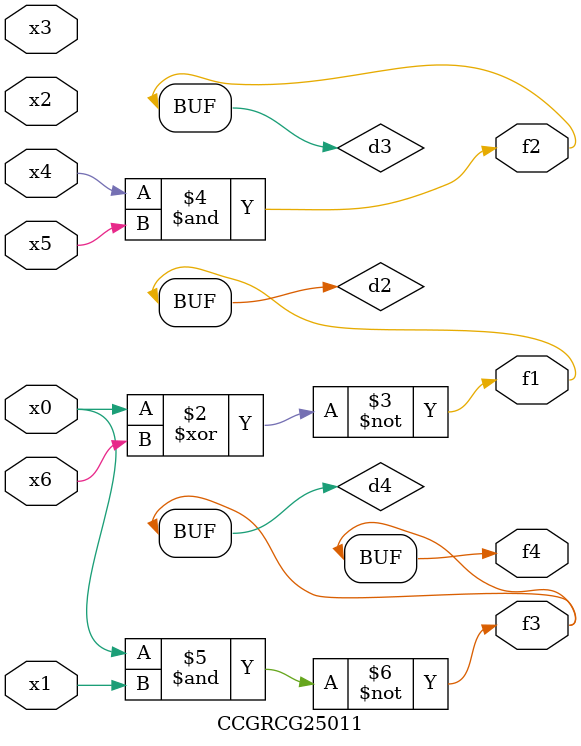
<source format=v>
module CCGRCG25011(
	input x0, x1, x2, x3, x4, x5, x6,
	output f1, f2, f3, f4
);

	wire d1, d2, d3, d4;

	nor (d1, x0);
	xnor (d2, x0, x6);
	and (d3, x4, x5);
	nand (d4, x0, x1);
	assign f1 = d2;
	assign f2 = d3;
	assign f3 = d4;
	assign f4 = d4;
endmodule

</source>
